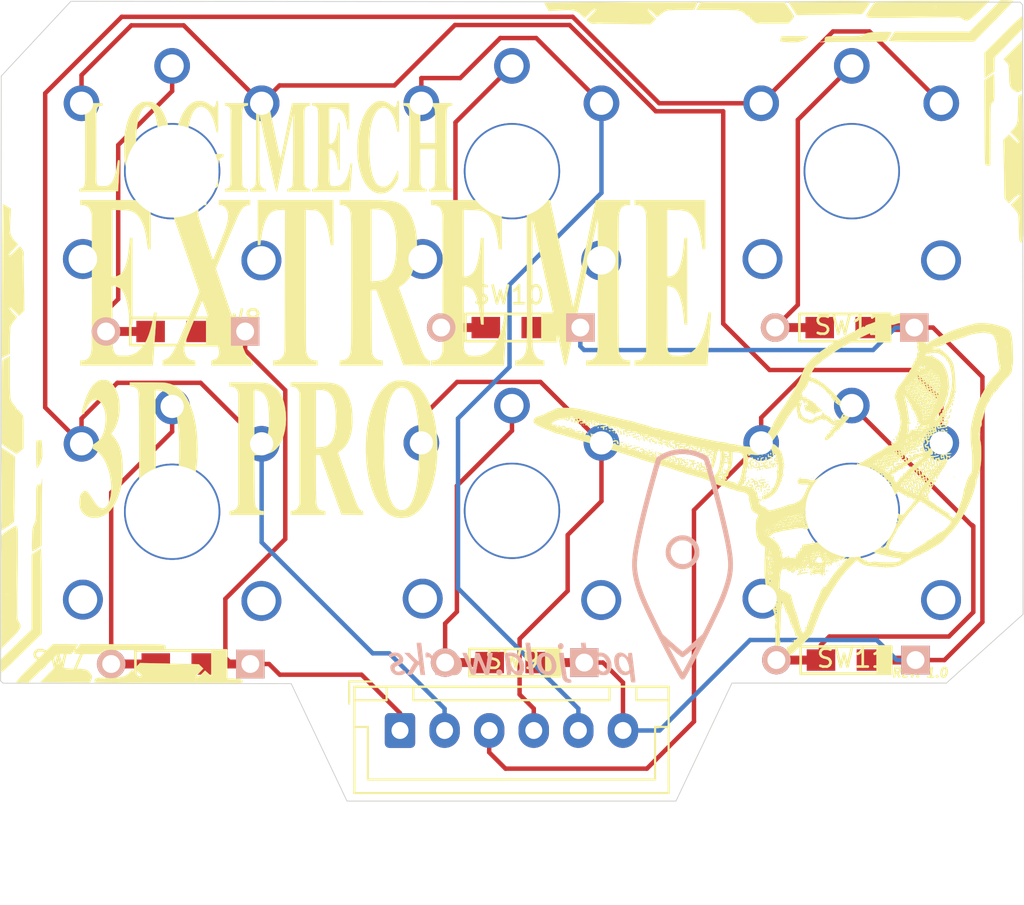
<source format=kicad_pcb>
(kicad_pcb (version 20171130) (host pcbnew "(5.1.5-0-10_14)")
  (layers (0 F.Cu signal) (31 B.Cu signal) (34 B.Paste user) (35 F.Paste user) (36 B.SilkS user) (37 F.SilkS user) (38 B.Mask user) (39 F.Mask user) (44 Edge.Cuts user))
  (net 0 "")
  (net 1 "Net-(D1-Pad2)")
  (net 2 "Net-(D1-Pad1)")
  (net 3 "Net-(D2-Pad2)")
  (net 4 "Net-(D3-Pad1)")
  (net 5 "Net-(D3-Pad2)")
  (net 6 "Net-(D4-Pad2)")
  (net 7 "Net-(D5-Pad2)")
  (net 8 "Net-(D6-Pad2)")
  (net 9 "Net-(JST_1-Pad2)")
  (net 10 "Net-(JST_1-Pad3)")
  (net 11 "Net-(JST_1-Pad4)")
  (net 12 "Net-(JST_1-Pad5)")
  (module pohjola:pohjola_site_text (layer B.Cu) (at 132.18 103.72 180)
    (fp_text reference G*** hide)
    (fp_text value LOGO hide)
  )
  (module pohjola:pohjola (layer B.Cu) (at 138.16 98.2 180)
    (fp_text reference G*** hide)
    (fp_text value LOGO hide)
  )
  (module pohjola:Logimech_border (layer F.Cu) (at 106.69 117.09 90)
    (fp_text reference G*** hide)
    (fp_text value LOGO hide)
  )
  (module pohjola:Logimech_border (layer F.Cu) (at 143.85 73.35)
    (fp_text reference G*** hide)
    (fp_text value LOGO hide)
  )
  (module pohjola:LogiMech_Mecha (layer F.Cu) (at 143.23 94.17)
    (fp_text reference LOGIMECHA hide)
    (fp_text value LOGIMECHA hide)
  )
  (module pohjola:Logimech_text (layer F.Cu) (at 121.79 83.91)
    (fp_text reference G_Logimech_text hide)
    (fp_text value LOGIMECH_TEXT hide)
  )
  (module Connector_JST:JST_XH_B6B-XH-A_1x06_P2.50mm_Vertical (layer F.Cu) (at 122.31 107.52)
    (fp_text reference JST_1 hide)
    (fp_text value Conn_01x06)
    (pad 6 thru_hole oval (at 12.5 0) (size 1.7 1.95) (drill 0.95) (layers *.Cu *.Mask) (net 4 "Net-(D3-Pad1)"))
    (pad 5 thru_hole oval (at 10 0) (size 1.7 1.95) (drill 0.95) (layers *.Cu *.Mask) (net 12 "Net-(JST_1-Pad5)"))
    (pad 4 thru_hole oval (at 7.5 0) (size 1.7 1.95) (drill 0.95) (layers *.Cu *.Mask) (net 11 "Net-(JST_1-Pad4)"))
    (pad 3 thru_hole oval (at 5 0) (size 1.7 1.95) (drill 0.95) (layers *.Cu *.Mask) (net 10 "Net-(JST_1-Pad3)"))
    (pad 2 thru_hole oval (at 2.5 0) (size 1.7 1.95) (drill 0.95) (layers *.Cu *.Mask) (net 9 "Net-(JST_1-Pad2)"))
    (pad 1 thru_hole roundrect (at 0 0) (size 1.7 1.95) (drill 0.95) (layers *.Cu *.Mask) (roundrect_rratio 0.147059) (net 2 "Net-(D1-Pad1)"))
  )
  (module Keebio-Parts:Diode-Hybrid-Back (layer B.Cu) (at 110.02 103.79)
    (fp_text reference D2 hide)
    (fp_text value D hide)
    (pad 2 smd rect (at -2.5 0) (size 2.9 0.5) (layers F.Cu) (net 3 "Net-(D2-Pad2)"))
    (pad 2 smd rect (at -1.4 0) (size 1.6 1.2) (layers F.Cu F.Paste F.Mask) (net 3 "Net-(D2-Pad2)"))
    (pad 1 smd rect (at 1.4 0) (size 1.6 1.2) (layers F.Cu F.Paste F.Mask) (net 2 "Net-(D1-Pad1)"))
    (pad 1 smd rect (at 2.5 0) (size 2.9 0.5) (layers F.Cu) (net 2 "Net-(D1-Pad1)"))
    (pad 2 thru_hole circle (at -3.9 0) (size 1.6 1.6) (drill 1) (layers *.Cu *.Mask B.SilkS) (net 3 "Net-(D2-Pad2)"))
    (pad 1 thru_hole rect (at 3.9 0) (size 1.6 1.6) (drill 1) (layers *.Cu *.Mask B.SilkS) (net 2 "Net-(D1-Pad1)"))
  )
  (module Keebio-Parts:Diode-Hybrid-Back (layer B.Cu) (at 109.73 85.14)
    (fp_text reference D1 hide)
    (fp_text value D hide)
    (pad 1 thru_hole rect (at 3.9 0) (size 1.6 1.6) (drill 1) (layers *.Cu *.Mask B.SilkS) (net 2 "Net-(D1-Pad1)"))
    (pad 2 thru_hole circle (at -3.9 0) (size 1.6 1.6) (drill 1) (layers *.Cu *.Mask B.SilkS) (net 1 "Net-(D1-Pad2)"))
    (pad 1 smd rect (at 2.5 0) (size 2.9 0.5) (layers F.Cu) (net 2 "Net-(D1-Pad1)"))
    (pad 1 smd rect (at 1.4 0) (size 1.6 1.2) (layers F.Cu F.Paste F.Mask) (net 2 "Net-(D1-Pad1)"))
    (pad 2 smd rect (at -1.4 0) (size 1.6 1.2) (layers F.Cu F.Paste F.Mask) (net 1 "Net-(D1-Pad2)"))
    (pad 2 smd rect (at -2.5 0) (size 2.9 0.5) (layers F.Cu) (net 1 "Net-(D1-Pad2)"))
  )
  (module Keebio-Parts:Diode-Hybrid-Back (layer B.Cu) (at 128.74 103.71)
    (fp_text reference D5 hide)
    (fp_text value D hide)
    (pad 1 thru_hole rect (at 3.9 0) (size 1.6 1.6) (drill 1) (layers *.Cu *.Mask B.SilkS) (net 4 "Net-(D3-Pad1)"))
    (pad 2 thru_hole circle (at -3.9 0) (size 1.6 1.6) (drill 1) (layers *.Cu *.Mask B.SilkS) (net 7 "Net-(D5-Pad2)"))
    (pad 1 smd rect (at 2.5 0) (size 2.9 0.5) (layers F.Cu) (net 4 "Net-(D3-Pad1)"))
    (pad 1 smd rect (at 1.4 0) (size 1.6 1.2) (layers F.Cu F.Paste F.Mask) (net 4 "Net-(D3-Pad1)"))
    (pad 2 smd rect (at -1.4 0) (size 1.6 1.2) (layers F.Cu F.Paste F.Mask) (net 7 "Net-(D5-Pad2)"))
    (pad 2 smd rect (at -2.5 0) (size 2.9 0.5) (layers F.Cu) (net 7 "Net-(D5-Pad2)"))
  )
  (module Keebio-Parts:Diode-Hybrid-Back (layer B.Cu) (at 128.52 84.92)
    (fp_text reference D6 hide)
    (fp_text value D hide)
    (pad 2 smd rect (at -2.5 0) (size 2.9 0.5) (layers F.Cu) (net 8 "Net-(D6-Pad2)"))
    (pad 2 smd rect (at -1.4 0) (size 1.6 1.2) (layers F.Cu F.Paste F.Mask) (net 8 "Net-(D6-Pad2)"))
    (pad 1 smd rect (at 1.4 0) (size 1.6 1.2) (layers F.Cu F.Paste F.Mask) (net 4 "Net-(D3-Pad1)"))
    (pad 1 smd rect (at 2.5 0) (size 2.9 0.5) (layers F.Cu) (net 4 "Net-(D3-Pad1)"))
    (pad 2 thru_hole circle (at -3.9 0) (size 1.6 1.6) (drill 1) (layers *.Cu *.Mask B.SilkS) (net 8 "Net-(D6-Pad2)"))
    (pad 1 thru_hole rect (at 3.9 0) (size 1.6 1.6) (drill 1) (layers *.Cu *.Mask B.SilkS) (net 4 "Net-(D3-Pad1)"))
  )
  (module Keebio-Parts:Diode-Hybrid-Back (layer B.Cu) (at 147.31 103.57)
    (fp_text reference D3 hide)
    (fp_text value D hide)
    (pad 2 smd rect (at -2.5 0) (size 2.9 0.5) (layers F.Cu) (net 5 "Net-(D3-Pad2)"))
    (pad 2 smd rect (at -1.4 0) (size 1.6 1.2) (layers F.Cu F.Paste F.Mask) (net 5 "Net-(D3-Pad2)"))
    (pad 1 smd rect (at 1.4 0) (size 1.6 1.2) (layers F.Cu F.Paste F.Mask) (net 4 "Net-(D3-Pad1)"))
    (pad 1 smd rect (at 2.5 0) (size 2.9 0.5) (layers F.Cu) (net 4 "Net-(D3-Pad1)"))
    (pad 2 thru_hole circle (at -3.9 0) (size 1.6 1.6) (drill 1) (layers *.Cu *.Mask B.SilkS) (net 5 "Net-(D3-Pad2)"))
    (pad 1 thru_hole rect (at 3.9 0) (size 1.6 1.6) (drill 1) (layers *.Cu *.Mask B.SilkS) (net 4 "Net-(D3-Pad1)"))
  )
  (module Keebio-Parts:Diode-Hybrid-Back (layer B.Cu) (at 147.24 84.92)
    (fp_text reference D4 hide)
    (fp_text value D hide)
    (pad 1 thru_hole rect (at 3.9 0) (size 1.6 1.6) (drill 1) (layers *.Cu *.Mask B.SilkS) (net 4 "Net-(D3-Pad1)"))
    (pad 2 thru_hole circle (at -3.9 0) (size 1.6 1.6) (drill 1) (layers *.Cu *.Mask B.SilkS) (net 6 "Net-(D4-Pad2)"))
    (pad 1 smd rect (at 2.5 0) (size 2.9 0.5) (layers F.Cu) (net 4 "Net-(D3-Pad1)"))
    (pad 1 smd rect (at 1.4 0) (size 1.6 1.2) (layers F.Cu F.Paste F.Mask) (net 4 "Net-(D3-Pad1)"))
    (pad 2 smd rect (at -1.4 0) (size 1.6 1.2) (layers F.Cu F.Paste F.Mask) (net 6 "Net-(D4-Pad2)"))
    (pad 2 smd rect (at -2.5 0) (size 2.9 0.5) (layers F.Cu) (net 6 "Net-(D4-Pad2)"))
  )
  (module Kailh_cpg1353:kailh-cpg1353-reversible (layer F.Cu) (at 109.5375 95.3008)
    (fp_text reference SW7 (at -6.3675 8.26) (layer F.SilkS))
    (fp_text value KEYSW)
    (pad NC thru_hole circle (at 0 -0.0508 90) (size 5.4 5.4) (drill 5.2) (layers *.Cu *.Mask))
    (pad NC thru_hole circle (at -5.0038 4.8768 90) (size 2.24 2.24) (drill 1.6) (layers *.Cu *.Mask))
    (pad NC thru_hole circle (at 5.0038 4.953 90) (size 2.24 2.24) (drill 1.6) (layers *.Cu *.Mask))
    (pad 1 thru_hole circle (at 5.0165 -3.8608 90) (size 2 2) (drill 1.3) (layers *.Cu *.Mask) (net 9 "Net-(JST_1-Pad2)"))
    (pad 2 thru_hole circle (at 0 -5.9563 90) (size 2 2) (drill 1.3) (layers *.Cu *.Mask) (net 3 "Net-(D2-Pad2)"))
    (pad 1 thru_hole circle (at -5.08 -3.8608 90) (size 2 2) (drill 1.3) (layers *.Cu *.Mask) (net 9 "Net-(JST_1-Pad2)"))
  )
  (module Kailh_cpg1353:kailh-cpg1353-reversible (layer F.Cu) (at 109.5375 76.2)
    (fp_text reference SW8 (at 3.4825 8.25) (layer F.SilkS))
    (fp_text value KEYSW)
    (pad 1 thru_hole circle (at -5.08 -3.8608 90) (size 2 2) (drill 1.3) (layers *.Cu *.Mask) (net 10 "Net-(JST_1-Pad3)"))
    (pad 2 thru_hole circle (at 0 -5.9563 90) (size 2 2) (drill 1.3) (layers *.Cu *.Mask) (net 1 "Net-(D1-Pad2)"))
    (pad 1 thru_hole circle (at 5.0165 -3.8608 90) (size 2 2) (drill 1.3) (layers *.Cu *.Mask) (net 10 "Net-(JST_1-Pad3)"))
    (pad NC thru_hole circle (at 5.0038 4.953 90) (size 2.24 2.24) (drill 1.6) (layers *.Cu *.Mask))
    (pad NC thru_hole circle (at -5.0038 4.8768 90) (size 2.24 2.24) (drill 1.6) (layers *.Cu *.Mask))
    (pad NC thru_hole circle (at 0 -0.0508 90) (size 5.4 5.4) (drill 5.2) (layers *.Cu *.Mask))
  )
  (module Kailh_cpg1353:kailh-cpg1353-reversible (layer F.Cu) (at 128.5875 95.25)
    (fp_text reference SW9 (at 0.0225 8.3) (layer F.SilkS))
    (fp_text value KEYSW)
    (pad NC thru_hole circle (at 0 -0.0508 90) (size 5.4 5.4) (drill 5.2) (layers *.Cu *.Mask))
    (pad NC thru_hole circle (at -5.0038 4.8768 90) (size 2.24 2.24) (drill 1.6) (layers *.Cu *.Mask))
    (pad NC thru_hole circle (at 5.0038 4.953 90) (size 2.24 2.24) (drill 1.6) (layers *.Cu *.Mask))
    (pad 1 thru_hole circle (at 5.0165 -3.8608 90) (size 2 2) (drill 1.3) (layers *.Cu *.Mask) (net 11 "Net-(JST_1-Pad4)"))
    (pad 2 thru_hole circle (at 0 -5.9563 90) (size 2 2) (drill 1.3) (layers *.Cu *.Mask) (net 7 "Net-(D5-Pad2)"))
    (pad 1 thru_hole circle (at -5.08 -3.8608 90) (size 2 2) (drill 1.3) (layers *.Cu *.Mask) (net 11 "Net-(JST_1-Pad4)"))
  )
  (module Kailh_cpg1353:kailh-cpg1353-reversible (layer F.Cu) (at 128.5875 76.2)
    (fp_text reference SW10 (at -0.1775 6.9) (layer F.SilkS))
    (fp_text value KEYSW)
    (pad 1 thru_hole circle (at -5.08 -3.8608 90) (size 2 2) (drill 1.3) (layers *.Cu *.Mask) (net 12 "Net-(JST_1-Pad5)"))
    (pad 2 thru_hole circle (at 0 -5.9563 90) (size 2 2) (drill 1.3) (layers *.Cu *.Mask) (net 8 "Net-(D6-Pad2)"))
    (pad 1 thru_hole circle (at 5.0165 -3.8608 90) (size 2 2) (drill 1.3) (layers *.Cu *.Mask) (net 12 "Net-(JST_1-Pad5)"))
    (pad NC thru_hole circle (at 5.0038 4.953 90) (size 2.24 2.24) (drill 1.6) (layers *.Cu *.Mask))
    (pad NC thru_hole circle (at -5.0038 4.8768 90) (size 2.24 2.24) (drill 1.6) (layers *.Cu *.Mask))
    (pad NC thru_hole circle (at 0 -0.0508 90) (size 5.4 5.4) (drill 5.2) (layers *.Cu *.Mask))
  )
  (module Kailh_cpg1353:kailh-cpg1353-reversible (layer F.Cu) (at 147.6375 95.25)
    (fp_text reference SW11 (at 0.0425 8.23) (layer F.SilkS))
    (fp_text value KEYSW)
    (pad NC thru_hole circle (at 0 -0.0508 90) (size 5.4 5.4) (drill 5.2) (layers *.Cu *.Mask))
    (pad NC thru_hole circle (at -5.0038 4.8768 90) (size 2.24 2.24) (drill 1.6) (layers *.Cu *.Mask))
    (pad NC thru_hole circle (at 5.0038 4.953 90) (size 2.24 2.24) (drill 1.6) (layers *.Cu *.Mask))
    (pad 1 thru_hole circle (at 5.0165 -3.8608 90) (size 2 2) (drill 1.3) (layers *.Cu *.Mask) (net 10 "Net-(JST_1-Pad3)"))
    (pad 2 thru_hole circle (at 0 -5.9563 90) (size 2 2) (drill 1.3) (layers *.Cu *.Mask) (net 5 "Net-(D3-Pad2)"))
    (pad 1 thru_hole circle (at -5.08 -3.8608 90) (size 2 2) (drill 1.3) (layers *.Cu *.Mask) (net 10 "Net-(JST_1-Pad3)"))
  )
  (module Kailh_cpg1353:kailh-cpg1353-reversible (layer F.Cu) (at 147.6375 76.2)
    (fp_text reference SW12 (at -0.0975 8.61) (layer F.SilkS))
    (fp_text value KEYSW)
    (pad 1 thru_hole circle (at -5.08 -3.8608 90) (size 2 2) (drill 1.3) (layers *.Cu *.Mask) (net 9 "Net-(JST_1-Pad2)"))
    (pad 2 thru_hole circle (at 0 -5.9563 90) (size 2 2) (drill 1.3) (layers *.Cu *.Mask) (net 6 "Net-(D4-Pad2)"))
    (pad 1 thru_hole circle (at 5.0165 -3.8608 90) (size 2 2) (drill 1.3) (layers *.Cu *.Mask) (net 9 "Net-(JST_1-Pad2)"))
    (pad NC thru_hole circle (at 5.0038 4.953 90) (size 2.24 2.24) (drill 1.6) (layers *.Cu *.Mask))
    (pad NC thru_hole circle (at -5.0038 4.8768 90) (size 2.24 2.24) (drill 1.6) (layers *.Cu *.Mask))
    (pad NC thru_hole circle (at 0 -0.0508 90) (size 5.4 5.4) (drill 5.2) (layers *.Cu *.Mask))
  )
  (gr_text "Rev. 1.0" (at 151.46 104.28) (layer F.SilkS) (effects (font (size 0.5 0.5) (thickness 0.125) italic)))
  (gr_line (start 152.94 104.86) (end 157.24 101) (layer Edge.Cuts) (width 0.05))
  (gr_line (start 99.96 70.81) (end 103.86 66.62) (layer Edge.Cuts) (width 0.05))
  (gr_line (start 157.07 66.67) (end 157.21 66.81) (layer Edge.Cuts) (width 0.05))
  (gr_line (start 100.06 104.87) (end 99.92 104.73) (layer Edge.Cuts) (width 0.05))
  (gr_line (start 137.78 111.48) (end 140.92 104.86) (layer Edge.Cuts) (width 0.05))
  (gr_line (start 119.34 111.48) (end 116.21 104.89) (layer Edge.Cuts) (width 0.05))
  (gr_line (start 137.78 111.48) (end 119.34 111.48) (layer Edge.Cuts) (width 0.05))
  (gr_line (start 99.92 104.73) (end 99.96 70.81) (layer Edge.Cuts) (width 0.05))
  (gr_line (start 116.21 104.89) (end 100.06 104.87) (layer Edge.Cuts) (width 0.05))
  (gr_line (start 152.94 104.86) (end 140.92 104.86) (layer Edge.Cuts) (width 0.05))
  (gr_line (start 157.21 66.81) (end 157.24 101) (layer Edge.Cuts) (width 0.05))
  (gr_line (start 103.86 66.62) (end 157.07 66.67) (layer Edge.Cuts) (width 0.05))
  (segment (start 106.512499 83.326131) (end 105.83 84.00863) (width 0.25) (layer F.Cu) (net 1))
  (segment (start 106.512499 74.682914) (end 106.512499 83.326131) (width 0.25) (layer F.Cu) (net 1))
  (segment (start 105.83 84.00863) (end 105.83 85.14) (width 0.25) (layer F.Cu) (net 1))
  (segment (start 109.5375 71.657913) (end 106.512499 74.682914) (width 0.25) (layer F.Cu) (net 1))
  (segment (start 109.5375 70.2437) (end 109.5375 71.657913) (width 0.25) (layer F.Cu) (net 1))
  (segment (start 114.97 103.79) (end 115.57 104.39) (width 0.25) (layer F.Cu) (net 2))
  (segment (start 113.92 103.79) (end 114.97 103.79) (width 0.25) (layer F.Cu) (net 2))
  (segment (start 120.155 104.39) (end 122.31 106.545) (width 0.25) (layer F.Cu) (net 2))
  (segment (start 122.31 106.545) (end 122.31 107.52) (width 0.25) (layer F.Cu) (net 2))
  (segment (start 115.57 104.39) (end 120.155 104.39) (width 0.25) (layer F.Cu) (net 2))
  (segment (start 112.87 103.79) (end 113.92 103.79) (width 0.25) (layer F.Cu) (net 2))
  (segment (start 112.52 103.44) (end 112.87 103.79) (width 0.25) (layer F.Cu) (net 2))
  (segment (start 112.52 100.136498) (end 112.52 103.44) (width 0.25) (layer F.Cu) (net 2))
  (segment (start 115.879001 88.439001) (end 115.879001 96.777497) (width 0.25) (layer F.Cu) (net 2))
  (segment (start 113.63 86.19) (end 115.879001 88.439001) (width 0.25) (layer F.Cu) (net 2))
  (segment (start 115.879001 96.777497) (end 112.52 100.136498) (width 0.25) (layer F.Cu) (net 2))
  (segment (start 113.63 85.14) (end 113.63 86.19) (width 0.25) (layer F.Cu) (net 2))
  (segment (start 106.12 102.65863) (end 106.12 103.79) (width 0.25) (layer F.Cu) (net 3))
  (segment (start 106.12 94.176213) (end 106.12 102.65863) (width 0.25) (layer F.Cu) (net 3))
  (segment (start 109.5375 90.758713) (end 106.12 94.176213) (width 0.25) (layer F.Cu) (net 3))
  (segment (start 109.5375 89.3445) (end 109.5375 90.758713) (width 0.25) (layer F.Cu) (net 3))
  (segment (start 152.19 84.92) (end 154.96 87.69) (width 0.25) (layer F.Cu) (net 4))
  (segment (start 151.14 84.92) (end 152.19 84.92) (width 0.25) (layer F.Cu) (net 4))
  (segment (start 154.96 87.69) (end 154.96 101.44) (width 0.25) (layer F.Cu) (net 4))
  (segment (start 152.83 103.57) (end 151.21 103.57) (width 0.25) (layer F.Cu) (net 4))
  (segment (start 154.96 101.44) (end 152.83 103.57) (width 0.25) (layer F.Cu) (net 4))
  (segment (start 150.16 103.57) (end 149.034999 102.444999) (width 0.25) (layer B.Cu) (net 4))
  (segment (start 149.034999 102.444999) (end 141.935001 102.444999) (width 0.25) (layer B.Cu) (net 4))
  (segment (start 151.21 103.57) (end 150.16 103.57) (width 0.25) (layer B.Cu) (net 4))
  (segment (start 136.86 107.52) (end 134.81 107.52) (width 0.25) (layer B.Cu) (net 4))
  (segment (start 141.935001 102.444999) (end 136.86 107.52) (width 0.25) (layer B.Cu) (net 4))
  (segment (start 148.83 86.18) (end 132.63 86.18) (width 0.25) (layer B.Cu) (net 4))
  (segment (start 150.09 84.92) (end 148.83 86.18) (width 0.25) (layer B.Cu) (net 4))
  (segment (start 132.42 85.97) (end 132.42 84.92) (width 0.25) (layer B.Cu) (net 4))
  (segment (start 132.63 86.18) (end 132.42 85.97) (width 0.25) (layer B.Cu) (net 4))
  (segment (start 151.14 84.92) (end 150.09 84.92) (width 0.25) (layer B.Cu) (net 4))
  (segment (start 134.81 104.83) (end 133.69 103.71) (width 0.25) (layer F.Cu) (net 4))
  (segment (start 133.69 103.71) (end 132.64 103.71) (width 0.25) (layer F.Cu) (net 4))
  (segment (start 134.81 107.52) (end 134.81 104.83) (width 0.25) (layer F.Cu) (net 4))
  (segment (start 145.91 102.72) (end 145.91 103.57) (width 0.25) (layer F.Cu) (net 5))
  (segment (start 153.08 102.25) (end 146.38 102.25) (width 0.25) (layer F.Cu) (net 5))
  (segment (start 154.45 96.06) (end 154.45 100.88) (width 0.25) (layer F.Cu) (net 5))
  (segment (start 154.3762 95.9862) (end 154.45 96.06) (width 0.25) (layer F.Cu) (net 5))
  (segment (start 154.45 100.88) (end 153.08 102.25) (width 0.25) (layer F.Cu) (net 5))
  (segment (start 146.38 102.25) (end 145.91 102.72) (width 0.25) (layer F.Cu) (net 5))
  (segment (start 154.4038 96.06) (end 147.6375 89.2937) (width 0.25) (layer F.Cu) (net 5))
  (segment (start 154.45 96.06) (end 154.4038 96.06) (width 0.25) (layer F.Cu) (net 5))
  (segment (start 144.139999 84.120001) (end 143.34 84.92) (width 0.25) (layer F.Cu) (net 6))
  (segment (start 144.612499 83.647501) (end 144.139999 84.120001) (width 0.25) (layer F.Cu) (net 6))
  (segment (start 144.612499 73.268701) (end 144.612499 83.647501) (width 0.25) (layer F.Cu) (net 6))
  (segment (start 147.6375 70.2437) (end 144.612499 73.268701) (width 0.25) (layer F.Cu) (net 6))
  (segment (start 128.5875 90.707913) (end 125.5 93.795413) (width 0.25) (layer F.Cu) (net 7))
  (segment (start 128.5875 89.2937) (end 128.5875 90.707913) (width 0.25) (layer F.Cu) (net 7))
  (segment (start 125.5 93.795413) (end 125.5 100.86) (width 0.25) (layer F.Cu) (net 7))
  (segment (start 124.84 101.52) (end 124.84 103.71) (width 0.25) (layer F.Cu) (net 7))
  (segment (start 125.5 100.86) (end 124.84 101.52) (width 0.25) (layer F.Cu) (net 7))
  (segment (start 125.419999 84.120001) (end 124.62 84.92) (width 0.25) (layer F.Cu) (net 8))
  (segment (start 125.419999 73.411201) (end 125.419999 84.120001) (width 0.25) (layer F.Cu) (net 8))
  (segment (start 128.5875 70.2437) (end 125.419999 73.411201) (width 0.25) (layer F.Cu) (net 8))
  (segment (start 142.5575 72.3392) (end 146.5867 68.31) (width 0.25) (layer F.Cu) (net 9))
  (segment (start 148.6248 68.31) (end 152.654 72.3392) (width 0.25) (layer F.Cu) (net 9))
  (segment (start 146.5867 68.31) (end 148.6248 68.31) (width 0.25) (layer F.Cu) (net 9))
  (segment (start 102.42 89.4025) (end 104.4575 91.44) (width 0.25) (layer F.Cu) (net 9))
  (segment (start 102.42 71.78) (end 102.42 89.4025) (width 0.25) (layer F.Cu) (net 9))
  (segment (start 106.71 67.49) (end 102.42 71.78) (width 0.25) (layer F.Cu) (net 9))
  (segment (start 131.99 67.49) (end 106.71 67.49) (width 0.25) (layer F.Cu) (net 9))
  (segment (start 136.8392 72.3392) (end 131.99 67.49) (width 0.25) (layer F.Cu) (net 9))
  (segment (start 142.5575 72.3392) (end 136.8392 72.3392) (width 0.25) (layer F.Cu) (net 9))
  (segment (start 113.554001 90.440001) (end 114.554 91.44) (width 0.25) (layer F.Cu) (net 9))
  (segment (start 106.463788 88.019499) (end 111.133499 88.019499) (width 0.25) (layer F.Cu) (net 9))
  (segment (start 104.4575 90.025787) (end 106.463788 88.019499) (width 0.25) (layer F.Cu) (net 9))
  (segment (start 111.133499 88.019499) (end 113.554001 90.440001) (width 0.25) (layer F.Cu) (net 9))
  (segment (start 104.4575 91.44) (end 104.4575 90.025787) (width 0.25) (layer F.Cu) (net 9))
  (segment (start 114.554 91.44) (end 114.554 96.964) (width 0.25) (layer B.Cu) (net 9))
  (segment (start 114.554 96.964) (end 120.78 103.19) (width 0.25) (layer B.Cu) (net 9))
  (segment (start 124.81 106.295) (end 124.81 107.52) (width 0.25) (layer B.Cu) (net 9))
  (segment (start 121.705 103.19) (end 124.81 106.295) (width 0.25) (layer B.Cu) (net 9))
  (segment (start 120.78 103.19) (end 121.705 103.19) (width 0.25) (layer B.Cu) (net 9))
  (segment (start 104.4575 72.3392) (end 104.4575 70.7625) (width 0.25) (layer F.Cu) (net 10))
  (segment (start 104.4575 70.7625) (end 107.25 67.97) (width 0.25) (layer F.Cu) (net 10))
  (segment (start 110.1848 67.97) (end 114.554 72.3392) (width 0.25) (layer F.Cu) (net 10))
  (segment (start 107.25 67.97) (end 110.1848 67.97) (width 0.25) (layer F.Cu) (net 10))
  (segment (start 142.5575 89.974987) (end 145.232487 87.3) (width 0.25) (layer F.Cu) (net 10))
  (segment (start 142.5575 91.3892) (end 142.5575 89.974987) (width 0.25) (layer F.Cu) (net 10))
  (segment (start 145.232487 87.3) (end 150.96 87.3) (width 0.25) (layer F.Cu) (net 10))
  (segment (start 152.654 88.994) (end 152.654 91.3892) (width 0.25) (layer F.Cu) (net 10))
  (segment (start 150.96 87.3) (end 152.654 88.994) (width 0.25) (layer F.Cu) (net 10))
  (segment (start 115.553999 71.339201) (end 122.000799 71.339201) (width 0.25) (layer F.Cu) (net 10))
  (segment (start 114.554 72.3392) (end 115.553999 71.339201) (width 0.25) (layer F.Cu) (net 10))
  (segment (start 122.000799 71.339201) (end 125.39 67.95) (width 0.25) (layer F.Cu) (net 10))
  (segment (start 131.81359 67.95) (end 136.6528 72.78921) (width 0.25) (layer F.Cu) (net 10))
  (segment (start 125.39 67.95) (end 131.81359 67.95) (width 0.25) (layer F.Cu) (net 10))
  (segment (start 136.6528 72.78921) (end 140.42921 72.78921) (width 0.25) (layer F.Cu) (net 10))
  (segment (start 140.42921 72.78921) (end 140.42921 84.69921) (width 0.25) (layer F.Cu) (net 10))
  (segment (start 143.03 87.3) (end 145.232487 87.3) (width 0.25) (layer F.Cu) (net 10))
  (segment (start 140.42921 84.69921) (end 143.03 87.3) (width 0.25) (layer F.Cu) (net 10))
  (segment (start 128.225 109.66) (end 127.31 108.745) (width 0.25) (layer F.Cu) (net 10))
  (segment (start 127.31 108.745) (end 127.31 107.52) (width 0.25) (layer F.Cu) (net 10))
  (segment (start 142.5575 91.3892) (end 138.79 95.1567) (width 0.25) (layer F.Cu) (net 10))
  (segment (start 136.15 109.66) (end 128.225 109.66) (width 0.25) (layer F.Cu) (net 10))
  (segment (start 138.79 107.02) (end 136.15 109.66) (width 0.25) (layer F.Cu) (net 10))
  (segment (start 138.79 95.1567) (end 138.79 107.02) (width 0.25) (layer F.Cu) (net 10))
  (segment (start 132.604001 90.389201) (end 133.604 91.3892) (width 0.25) (layer F.Cu) (net 11))
  (segment (start 125.513788 87.968699) (end 130.183499 87.968699) (width 0.25) (layer F.Cu) (net 11))
  (segment (start 130.183499 87.968699) (end 132.604001 90.389201) (width 0.25) (layer F.Cu) (net 11))
  (segment (start 123.5075 89.974987) (end 125.513788 87.968699) (width 0.25) (layer F.Cu) (net 11))
  (segment (start 123.5075 91.3892) (end 123.5075 89.974987) (width 0.25) (layer F.Cu) (net 11))
  (segment (start 131.71 99.69) (end 129.014999 102.385001) (width 0.25) (layer F.Cu) (net 11))
  (segment (start 129.014999 102.385001) (end 129.014999 105.499999) (width 0.25) (layer F.Cu) (net 11))
  (segment (start 129.81 106.295) (end 129.81 107.52) (width 0.25) (layer F.Cu) (net 11))
  (segment (start 131.71 96.553702) (end 131.71 99.69) (width 0.25) (layer F.Cu) (net 11))
  (segment (start 133.604 94.659702) (end 131.71 96.553702) (width 0.25) (layer F.Cu) (net 11))
  (segment (start 129.014999 105.499999) (end 129.81 106.295) (width 0.25) (layer F.Cu) (net 11))
  (segment (start 133.604 91.3892) (end 133.604 94.659702) (width 0.25) (layer F.Cu) (net 11))
  (segment (start 129.9448 68.68) (end 133.604 72.3392) (width 0.25) (layer F.Cu) (net 12))
  (segment (start 127.93 68.68) (end 129.9448 68.68) (width 0.25) (layer F.Cu) (net 12))
  (segment (start 125.685013 70.924987) (end 127.93 68.68) (width 0.25) (layer F.Cu) (net 12))
  (segment (start 123.5075 70.924987) (end 125.685013 70.924987) (width 0.25) (layer F.Cu) (net 12))
  (segment (start 123.5075 72.3392) (end 123.5075 70.924987) (width 0.25) (layer F.Cu) (net 12))
  (segment (start 133.604 77.366) (end 133.604 72.3392) (width 0.25) (layer B.Cu) (net 12))
  (segment (start 125.562499 90.017501) (end 128.45 87.13) (width 0.25) (layer B.Cu) (net 12))
  (segment (start 128.45 87.13) (end 128.45 82.52) (width 0.25) (layer B.Cu) (net 12))
  (segment (start 128.45 82.52) (end 133.604 77.366) (width 0.25) (layer B.Cu) (net 12))
  (segment (start 125.562499 99.547499) (end 125.562499 90.017501) (width 0.25) (layer B.Cu) (net 12))
  (segment (start 132.31 106.295) (end 125.562499 99.547499) (width 0.25) (layer B.Cu) (net 12))
  (segment (start 132.31 107.52) (end 132.31 106.295) (width 0.25) (layer B.Cu) (net 12))
)
</source>
